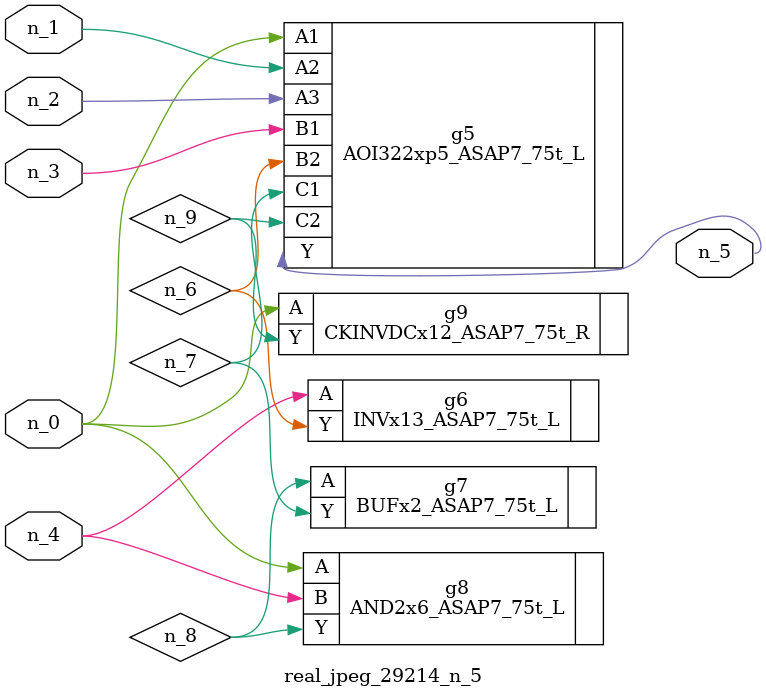
<source format=v>
module real_jpeg_29214_n_5 (n_4, n_0, n_1, n_2, n_3, n_5);

input n_4;
input n_0;
input n_1;
input n_2;
input n_3;

output n_5;

wire n_8;
wire n_6;
wire n_7;
wire n_9;

AOI322xp5_ASAP7_75t_L g5 ( 
.A1(n_0),
.A2(n_1),
.A3(n_2),
.B1(n_3),
.B2(n_6),
.C1(n_7),
.C2(n_9),
.Y(n_5)
);

AND2x6_ASAP7_75t_L g8 ( 
.A(n_0),
.B(n_4),
.Y(n_8)
);

CKINVDCx12_ASAP7_75t_R g9 ( 
.A(n_0),
.Y(n_9)
);

INVx13_ASAP7_75t_L g6 ( 
.A(n_4),
.Y(n_6)
);

BUFx2_ASAP7_75t_L g7 ( 
.A(n_8),
.Y(n_7)
);


endmodule
</source>
